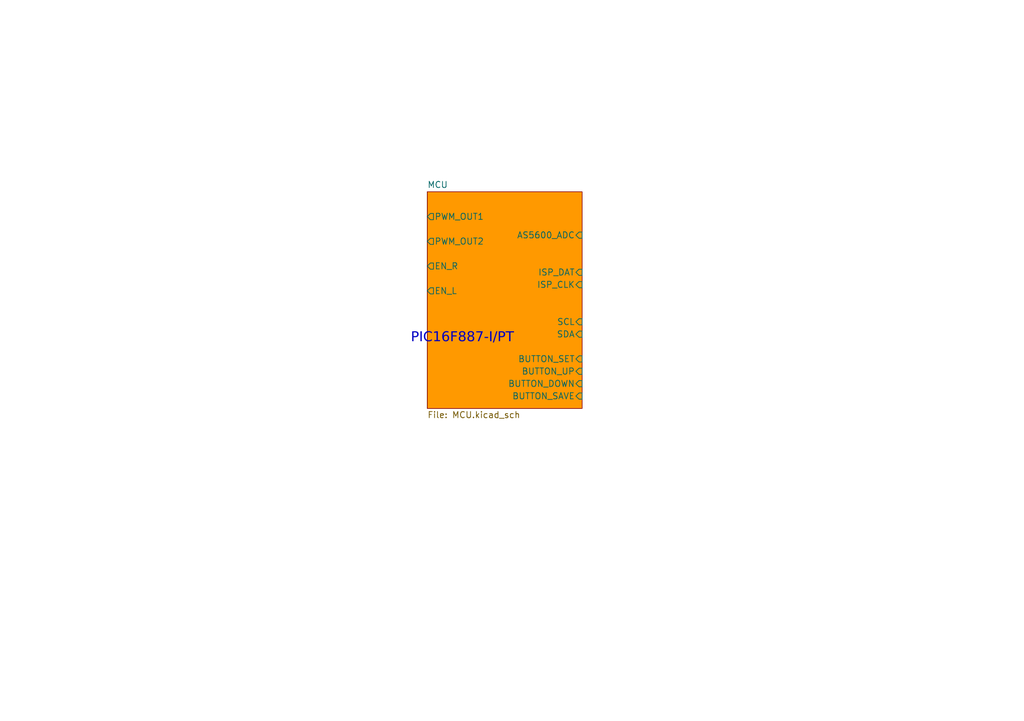
<source format=kicad_sch>
(kicad_sch
	(version 20231120)
	(generator "eeschema")
	(generator_version "8.0")
	(uuid "4ce841f4-edcb-46e3-8120-4cec64f42791")
	(paper "A5")
	(title_block
		(title "PIC Project ")
		(date "2025-03-25")
	)
	(lib_symbols)
	(text "PIC16F887-I/PT"
		(exclude_from_sim no)
		(at 105.41 71.12 0)
		(effects
			(font
				(face "TCVN 7284")
				(size 2 2)
				(italic yes)
			)
			(justify right bottom)
		)
		(uuid "bd89a43f-cf5c-4491-a329-9479b91e2461")
	)
	(sheet
		(at 87.63 39.37)
		(size 31.75 44.45)
		(fields_autoplaced yes)
		(stroke
			(width 0.1524)
			(type solid)
		)
		(fill
			(color 255 153 0 1.0000)
		)
		(uuid "0a4b2ddf-7e3c-46ed-9c8c-6acc40856a4b")
		(property "Sheetname" "MCU"
			(at 87.63 38.6584 0)
			(effects
				(font
					(size 1.27 1.27)
				)
				(justify left bottom)
			)
		)
		(property "Sheetfile" "MCU.kicad_sch"
			(at 87.63 84.4046 0)
			(effects
				(font
					(size 1.27 1.27)
				)
				(justify left top)
			)
		)
		(pin "EN_R" output
			(at 87.63 54.61 180)
			(effects
				(font
					(size 1.27 1.27)
				)
				(justify left)
			)
			(uuid "0547ceed-119d-44cf-8df9-effb9caeb549")
		)
		(pin "EN_L" output
			(at 87.63 59.69 180)
			(effects
				(font
					(size 1.27 1.27)
				)
				(justify left)
			)
			(uuid "c8ef62f5-919a-4c96-ac26-46046fe9cee1")
		)
		(pin "ISP_DAT" input
			(at 119.38 55.88 0)
			(effects
				(font
					(size 1.27 1.27)
				)
				(justify right)
			)
			(uuid "1d6cc7ec-98b9-4c1b-bac8-6067cb3bf9ba")
		)
		(pin "ISP_CLK" input
			(at 119.38 58.42 0)
			(effects
				(font
					(size 1.27 1.27)
				)
				(justify right)
			)
			(uuid "b7a4d1ae-35d8-472f-b7c6-ffc956fe44fc")
		)
		(pin "AS5600_ADC" input
			(at 119.38 48.26 0)
			(effects
				(font
					(size 1.27 1.27)
				)
				(justify right)
			)
			(uuid "83917fb4-3af5-4f2a-834d-f00713be4e68")
		)
		(pin "SCL" input
			(at 119.38 66.04 0)
			(effects
				(font
					(size 1.27 1.27)
				)
				(justify right)
			)
			(uuid "1b5e8bdd-84a5-4370-8e76-146434778613")
		)
		(pin "SDA" input
			(at 119.38 68.58 0)
			(effects
				(font
					(size 1.27 1.27)
				)
				(justify right)
			)
			(uuid "c789c63d-d661-4a94-b2d2-036932443afe")
		)
		(pin "BUTTON_SET" input
			(at 119.38 73.66 0)
			(effects
				(font
					(size 1.27 1.27)
				)
				(justify right)
			)
			(uuid "2041809a-acd8-4b39-89be-21cedb2deaa1")
		)
		(pin "BUTTON_UP" input
			(at 119.38 76.2 0)
			(effects
				(font
					(size 1.27 1.27)
				)
				(justify right)
			)
			(uuid "5ec27963-8f88-4784-a122-34ef6daee531")
		)
		(pin "BUTTON_DOWN" input
			(at 119.38 78.74 0)
			(effects
				(font
					(size 1.27 1.27)
				)
				(justify right)
			)
			(uuid "5081d158-544a-41d2-98ba-d25734b803c0")
		)
		(pin "BUTTON_SAVE" input
			(at 119.38 81.28 0)
			(effects
				(font
					(size 1.27 1.27)
				)
				(justify right)
			)
			(uuid "cd74a8b9-ae0d-4282-a7fa-fcb27a7f64ed")
		)
		(pin "PWM_OUT2" output
			(at 87.63 49.53 180)
			(effects
				(font
					(size 1.27 1.27)
				)
				(justify left)
			)
			(uuid "73328644-faed-458f-8dbb-6c329994c20c")
		)
		(pin "PWM_OUT1" output
			(at 87.63 44.45 180)
			(effects
				(font
					(size 1.27 1.27)
				)
				(justify left)
			)
			(uuid "1c84920a-d385-484c-8c43-d6c58c9de3e1")
		)
		(instances
			(project "BTL_VDK"
				(path "/4ce841f4-edcb-46e3-8120-4cec64f42791"
					(page "2")
				)
			)
		)
	)
	(sheet_instances
		(path "/"
			(page "1")
		)
	)
)
</source>
